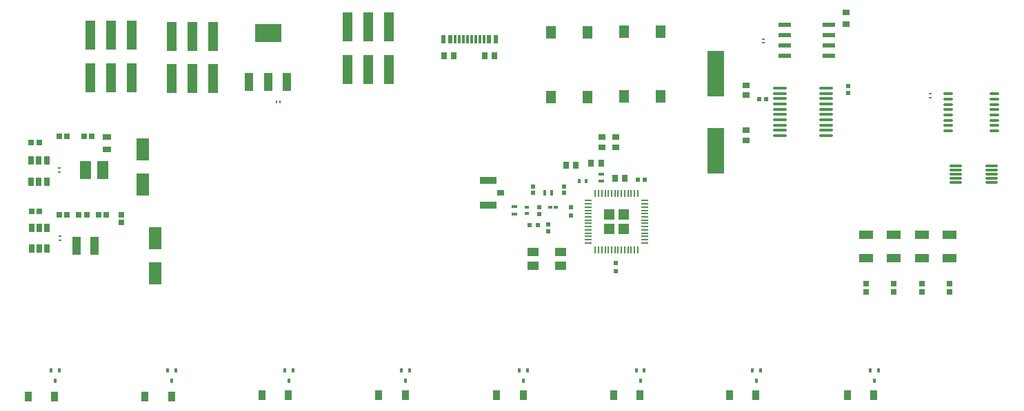
<source format=gbr>
%TF.GenerationSoftware,Altium Limited,Altium Designer,24.1.2 (44)*%
G04 Layer_Color=8421504*
%FSLAX45Y45*%
%MOMM*%
%TF.SameCoordinates,D8B4AAC8-E2FB-42F1-BA15-8403934F33DF*%
%TF.FilePolarity,Positive*%
%TF.FileFunction,Paste,Top*%
%TF.Part,Single*%
G01*
G75*
%TA.AperFunction,SMDPad,CuDef*%
%ADD12R,0.67500X0.45000*%
%ADD13R,0.30000X0.25000*%
G04:AMPARAMS|DCode=15|XSize=0.81mm|YSize=0.22mm|CornerRadius=0.0275mm|HoleSize=0mm|Usage=FLASHONLY|Rotation=0.000|XOffset=0mm|YOffset=0mm|HoleType=Round|Shape=RoundedRectangle|*
%AMROUNDEDRECTD15*
21,1,0.81000,0.16500,0,0,0.0*
21,1,0.75500,0.22000,0,0,0.0*
1,1,0.05500,0.37750,-0.08250*
1,1,0.05500,-0.37750,-0.08250*
1,1,0.05500,-0.37750,0.08250*
1,1,0.05500,0.37750,0.08250*
%
%ADD15ROUNDEDRECTD15*%
G04:AMPARAMS|DCode=16|XSize=0.22mm|YSize=0.81mm|CornerRadius=0.0275mm|HoleSize=0mm|Usage=FLASHONLY|Rotation=0.000|XOffset=0mm|YOffset=0mm|HoleType=Round|Shape=RoundedRectangle|*
%AMROUNDEDRECTD16*
21,1,0.22000,0.75500,0,0,0.0*
21,1,0.16500,0.81000,0,0,0.0*
1,1,0.05500,0.08250,-0.37750*
1,1,0.05500,-0.08250,-0.37750*
1,1,0.05500,-0.08250,0.37750*
1,1,0.05500,0.08250,0.37750*
%
%ADD16ROUNDEDRECTD16*%
%ADD17R,0.90000X0.75000*%
%ADD18R,0.46818X0.47247*%
%TA.AperFunction,ConnectorPad*%
%ADD19R,0.60000X1.14000*%
%ADD20R,0.30000X1.14000*%
%TA.AperFunction,SMDPad,CuDef*%
%ADD21R,0.73504X0.86213*%
%ADD22R,1.35490X2.20620*%
%ADD23R,1.36213X1.05814*%
%ADD24R,1.60000X2.80000*%
%ADD25R,0.71583X0.75964*%
%ADD26R,0.75964X0.71583*%
%ADD27R,1.00000X2.20000*%
G04:AMPARAMS|DCode=28|XSize=1.1mm|YSize=0.6mm|CornerRadius=0.051mm|HoleSize=0mm|Usage=FLASHONLY|Rotation=270.000|XOffset=0mm|YOffset=0mm|HoleType=Round|Shape=RoundedRectangle|*
%AMROUNDEDRECTD28*
21,1,1.10000,0.49800,0,0,270.0*
21,1,0.99800,0.60000,0,0,270.0*
1,1,0.10200,-0.24900,-0.49900*
1,1,0.10200,-0.24900,0.49900*
1,1,0.10200,0.24900,0.49900*
1,1,0.10200,0.24900,-0.49900*
%
%ADD28ROUNDEDRECTD28*%
%ADD29R,1.00000X0.80000*%
%ADD30R,0.25000X0.30000*%
%ADD31R,0.67248X0.66817*%
%ADD32R,1.66213X1.05814*%
%ADD33R,0.75000X0.90000*%
%ADD34R,0.65000X0.35000*%
%ADD35R,0.35600X0.50800*%
%ADD36O,1.25000X0.35000*%
%ADD37R,3.30000X2.20000*%
%ADD38R,0.91440X1.21920*%
G04:AMPARAMS|DCode=39|XSize=1.45mm|YSize=0.3mm|CornerRadius=0.0495mm|HoleSize=0mm|Usage=FLASHONLY|Rotation=180.000|XOffset=0mm|YOffset=0mm|HoleType=Round|Shape=RoundedRectangle|*
%AMROUNDEDRECTD39*
21,1,1.45000,0.20100,0,0,180.0*
21,1,1.35100,0.30000,0,0,180.0*
1,1,0.09900,-0.67550,0.10050*
1,1,0.09900,0.67550,0.10050*
1,1,0.09900,0.67550,-0.10050*
1,1,0.09900,-0.67550,-0.10050*
%
%ADD39ROUNDEDRECTD39*%
%ADD40R,1.30000X1.55000*%
%ADD41R,0.40000X0.50000*%
%ADD44R,0.60000X0.60000*%
%ADD45R,0.55411X0.46273*%
%ADD46R,0.35000X0.65000*%
%ADD47R,0.50000X0.40000*%
%ADD48R,0.52000X0.52000*%
%ADD49R,0.50000X0.50000*%
%ADD50R,0.47247X0.51535*%
%ADD51R,0.52000X0.52000*%
%ADD52R,0.90000X0.80000*%
%ADD53R,1.27000X3.56000*%
%ADD54R,0.47247X0.46818*%
%ADD55O,1.70000X0.35000*%
%ADD56R,2.10000X5.60000*%
%ADD57R,1.55000X0.60000*%
%ADD58R,0.90000X0.65000*%
%TA.AperFunction,NonConductor*%
%ADD105R,0.85000X0.80000*%
%ADD106R,2.00000X0.90000*%
G36*
X10973700Y9614800D02*
X10846700D01*
Y9741800D01*
X10973700D01*
Y9614800D01*
D02*
G37*
G36*
Y9790800D02*
X10846700D01*
Y9917800D01*
X10973700D01*
Y9790800D01*
D02*
G37*
G36*
X11149700Y9614800D02*
X11022700D01*
Y9741800D01*
X11149700D01*
Y9614800D01*
D02*
G37*
G36*
Y9790800D02*
X11022700D01*
Y9917800D01*
X11149700D01*
Y9790800D01*
D02*
G37*
D12*
X9740900Y9956800D02*
D03*
Y9864300D02*
D03*
D13*
X14846300Y11339450D02*
D03*
Y11291950D02*
D03*
X4165600Y9537700D02*
D03*
Y9585200D02*
D03*
X4152900Y10379200D02*
D03*
Y10426700D02*
D03*
X12801601Y12014200D02*
D03*
Y11966700D02*
D03*
D15*
X11342700Y10026300D02*
D03*
Y9986300D02*
D03*
Y9946300D02*
D03*
Y9906300D02*
D03*
Y9866300D02*
D03*
Y9826300D02*
D03*
Y9786300D02*
D03*
Y9746300D02*
D03*
Y9706300D02*
D03*
Y9666300D02*
D03*
Y9626300D02*
D03*
Y9586300D02*
D03*
Y9546300D02*
D03*
Y9506300D02*
D03*
X10653700D02*
D03*
Y9546300D02*
D03*
Y9586300D02*
D03*
Y9626300D02*
D03*
Y9666300D02*
D03*
Y9706300D02*
D03*
Y9746300D02*
D03*
Y9786300D02*
D03*
Y9826300D02*
D03*
Y9866300D02*
D03*
Y9906300D02*
D03*
Y9946300D02*
D03*
Y9986300D02*
D03*
Y10026300D02*
D03*
D16*
X10738200Y10110800D02*
D03*
X10778200D02*
D03*
X10818200D02*
D03*
X10858200D02*
D03*
X10898200D02*
D03*
X10938200D02*
D03*
X10978200D02*
D03*
X11018200D02*
D03*
X11058200D02*
D03*
X11098200D02*
D03*
X11138200D02*
D03*
X11178200D02*
D03*
X11218200D02*
D03*
X11258200D02*
D03*
Y9421800D02*
D03*
X11218200D02*
D03*
X11178200D02*
D03*
X11138200D02*
D03*
X11098200D02*
D03*
X11058200D02*
D03*
X11018200D02*
D03*
X10978200D02*
D03*
X10938200D02*
D03*
X10898200D02*
D03*
X10858200D02*
D03*
X10818200D02*
D03*
X10778200D02*
D03*
X10738200D02*
D03*
D17*
X12585700Y11322700D02*
D03*
Y11442700D02*
D03*
Y10769600D02*
D03*
Y10889600D02*
D03*
D18*
X12750800Y11277600D02*
D03*
X12831230D02*
D03*
D19*
X9514800Y12009100D02*
D03*
X9434800D02*
D03*
X8954800D02*
D03*
X8874800D02*
D03*
D20*
X9219800D02*
D03*
X9269800D02*
D03*
X9319800D02*
D03*
X9369800D02*
D03*
X9169800D02*
D03*
X9119800D02*
D03*
X9069800D02*
D03*
X9019800D02*
D03*
D21*
X9376521Y11811000D02*
D03*
X9499600D02*
D03*
X8879261D02*
D03*
X9002339D02*
D03*
D22*
X4482135Y10401300D02*
D03*
X4687265D02*
D03*
D23*
X10312400Y9221401D02*
D03*
Y9396799D02*
D03*
X9969500Y9221401D02*
D03*
Y9396799D02*
D03*
D24*
X5334000Y9562200D02*
D03*
Y9132200D02*
D03*
X5181600Y10655300D02*
D03*
Y10225300D02*
D03*
D25*
X4914900Y9855200D02*
D03*
Y9759951D02*
D03*
D26*
X4638675Y9855200D02*
D03*
X4733925D02*
D03*
X4397375D02*
D03*
X4492625D02*
D03*
X4156075D02*
D03*
X4251325D02*
D03*
X3816351Y9893300D02*
D03*
X3911600D02*
D03*
X4460875Y10820400D02*
D03*
X4556125D02*
D03*
X4152900D02*
D03*
X4248149D02*
D03*
X3813175Y10744200D02*
D03*
X3908425D02*
D03*
D27*
X4368800Y9474200D02*
D03*
X4588800D02*
D03*
X6488300Y11485600D02*
D03*
X6718300D02*
D03*
X6948300D02*
D03*
D28*
X4006600Y9433100D02*
D03*
X3911600D02*
D03*
X3816600D02*
D03*
Y9693100D02*
D03*
X3911600D02*
D03*
X4006600D02*
D03*
X4000500Y10261600D02*
D03*
X3905500D02*
D03*
X3810500D02*
D03*
Y10521600D02*
D03*
X3905500D02*
D03*
X4000500D02*
D03*
D29*
X4737100Y10657700D02*
D03*
Y10807700D02*
D03*
D30*
X6819900Y11239500D02*
D03*
X6867400D02*
D03*
D31*
X14058900Y9003130D02*
D03*
Y8902700D02*
D03*
X14401801Y9003130D02*
D03*
Y8902700D02*
D03*
X14744701Y9003130D02*
D03*
Y8902700D02*
D03*
X15087601Y9003130D02*
D03*
Y8902700D02*
D03*
D32*
Y9318801D02*
D03*
Y9604199D02*
D03*
X14744701Y9318801D02*
D03*
Y9604199D02*
D03*
X14401801Y9318801D02*
D03*
Y9604199D02*
D03*
X14058900Y9318801D02*
D03*
Y9604199D02*
D03*
D33*
X10687700Y10490200D02*
D03*
X10807700D02*
D03*
X10379400Y10464800D02*
D03*
X10499400D02*
D03*
X11096300Y10299700D02*
D03*
X10976300D02*
D03*
D34*
X10807700Y10265500D02*
D03*
Y10350500D02*
D03*
D35*
X6972300Y7809250D02*
D03*
X6922300Y7938750D02*
D03*
X7022300D02*
D03*
X11289500Y7808000D02*
D03*
X11239500Y7937500D02*
D03*
X11339500D02*
D03*
X4102100Y7809250D02*
D03*
X4052100Y7938750D02*
D03*
X4152100D02*
D03*
X14160500Y7809250D02*
D03*
X14110500Y7938750D02*
D03*
X14210500D02*
D03*
X5537200Y7809250D02*
D03*
X5487200Y7938750D02*
D03*
X5587200D02*
D03*
X8407400Y7809250D02*
D03*
X8357400Y7938750D02*
D03*
X8457400D02*
D03*
X9855200Y7809250D02*
D03*
X9805200Y7938750D02*
D03*
X9905200D02*
D03*
X12712700Y7809250D02*
D03*
X12662700Y7938750D02*
D03*
X12762700D02*
D03*
D36*
X15071800Y11340000D02*
D03*
Y11275000D02*
D03*
Y11210000D02*
D03*
Y11145000D02*
D03*
Y11080000D02*
D03*
Y11015000D02*
D03*
Y10950000D02*
D03*
Y10885000D02*
D03*
X15636800Y11340000D02*
D03*
Y11275000D02*
D03*
Y11210000D02*
D03*
Y11145000D02*
D03*
Y11080000D02*
D03*
Y11015000D02*
D03*
Y10950000D02*
D03*
Y10885000D02*
D03*
D37*
X6718300Y12085600D02*
D03*
D38*
X4100830Y7620000D02*
D03*
X3773170D02*
D03*
X5535930D02*
D03*
X5208270D02*
D03*
X6971030Y7632700D02*
D03*
X6643370D02*
D03*
X8406130D02*
D03*
X8078470D02*
D03*
X9853930D02*
D03*
X9526270D02*
D03*
X11289030D02*
D03*
X10961370D02*
D03*
X12711430D02*
D03*
X12383770D02*
D03*
X14159230D02*
D03*
X13831570D02*
D03*
D39*
X15163800Y10249700D02*
D03*
Y10299700D02*
D03*
Y10349700D02*
D03*
Y10399700D02*
D03*
Y10449700D02*
D03*
X15603799D02*
D03*
Y10399700D02*
D03*
Y10349700D02*
D03*
Y10299700D02*
D03*
Y10249700D02*
D03*
D40*
X11540700Y12106900D02*
D03*
Y11311900D02*
D03*
X11090700Y12106900D02*
D03*
Y11311900D02*
D03*
X10639000Y12094200D02*
D03*
Y11299200D02*
D03*
X10189000Y12094200D02*
D03*
Y11299200D02*
D03*
D41*
X10542120Y10269380D02*
D03*
X10622120D02*
D03*
D44*
X9929700Y9728200D02*
D03*
X10034700D02*
D03*
D45*
X10185400Y9944100D02*
D03*
X10256262D02*
D03*
D46*
X10202500Y10121900D02*
D03*
X10117500D02*
D03*
D47*
X9893300Y9867900D02*
D03*
Y9947900D02*
D03*
D48*
X10045700Y9864100D02*
D03*
Y9944100D02*
D03*
X10160000Y9650100D02*
D03*
Y9730100D02*
D03*
D49*
X10439400Y9844100D02*
D03*
Y9944100D02*
D03*
X10985500Y9157500D02*
D03*
Y9257500D02*
D03*
D50*
X10350500Y10197613D02*
D03*
Y10121900D02*
D03*
X9969500Y10197856D02*
D03*
Y10122144D02*
D03*
D51*
X11343000Y10287000D02*
D03*
X11263000D02*
D03*
D52*
X10820500Y10805700D02*
D03*
X10985500D02*
D03*
Y10680700D02*
D03*
X10820500D02*
D03*
D53*
X8204200Y12160400D02*
D03*
Y11639400D02*
D03*
X7950200Y12160400D02*
D03*
Y11639400D02*
D03*
X7696200Y12160400D02*
D03*
Y11639400D02*
D03*
X5041900Y12058800D02*
D03*
Y11537800D02*
D03*
X4787900Y12058800D02*
D03*
Y11537800D02*
D03*
X4533900Y12058800D02*
D03*
Y11537800D02*
D03*
X6045200Y12046100D02*
D03*
Y11525100D02*
D03*
X5791200Y12046100D02*
D03*
Y11525100D02*
D03*
X5537200Y12046100D02*
D03*
Y11525100D02*
D03*
D54*
X13842999Y11432115D02*
D03*
Y11351685D02*
D03*
D55*
X13574800Y10825600D02*
D03*
Y10890600D02*
D03*
Y10955600D02*
D03*
Y11020600D02*
D03*
Y11085600D02*
D03*
Y11150600D02*
D03*
Y11215600D02*
D03*
Y11280600D02*
D03*
Y11345600D02*
D03*
Y11410600D02*
D03*
X13004800Y10825600D02*
D03*
Y10890600D02*
D03*
Y10955600D02*
D03*
Y11020600D02*
D03*
Y11085600D02*
D03*
Y11150600D02*
D03*
Y11215600D02*
D03*
Y11280600D02*
D03*
Y11345600D02*
D03*
Y11410600D02*
D03*
D56*
X12217400Y11587500D02*
D03*
Y10637500D02*
D03*
D57*
X13064999Y12192000D02*
D03*
Y12065000D02*
D03*
Y11938000D02*
D03*
Y11811000D02*
D03*
X13605000Y12192000D02*
D03*
Y12065000D02*
D03*
Y11938000D02*
D03*
Y11811000D02*
D03*
D58*
X13817599Y12195700D02*
D03*
Y12340700D02*
D03*
D105*
X9575802Y10121919D02*
D03*
D106*
X9423299Y9971900D02*
D03*
X9423300Y10271900D02*
D03*
%TF.MD5,c271653d8aa0ea89c0226234ed7190f3*%
M02*

</source>
